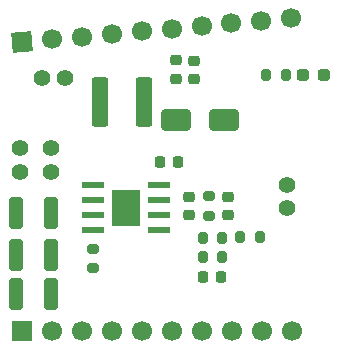
<source format=gbr>
%TF.GenerationSoftware,KiCad,Pcbnew,9.0.2*%
%TF.CreationDate,2025-06-04T19:52:49+07:00*%
%TF.ProjectId,Power Delivery Management_3.3V,506f7765-7220-4446-956c-697665727920,rev?*%
%TF.SameCoordinates,Original*%
%TF.FileFunction,Soldermask,Top*%
%TF.FilePolarity,Negative*%
%FSLAX46Y46*%
G04 Gerber Fmt 4.6, Leading zero omitted, Abs format (unit mm)*
G04 Created by KiCad (PCBNEW 9.0.2) date 2025-06-04 19:52:49*
%MOMM*%
%LPD*%
G01*
G04 APERTURE LIST*
G04 Aperture macros list*
%AMRoundRect*
0 Rectangle with rounded corners*
0 $1 Rounding radius*
0 $2 $3 $4 $5 $6 $7 $8 $9 X,Y pos of 4 corners*
0 Add a 4 corners polygon primitive as box body*
4,1,4,$2,$3,$4,$5,$6,$7,$8,$9,$2,$3,0*
0 Add four circle primitives for the rounded corners*
1,1,$1+$1,$2,$3*
1,1,$1+$1,$4,$5*
1,1,$1+$1,$6,$7*
1,1,$1+$1,$8,$9*
0 Add four rect primitives between the rounded corners*
20,1,$1+$1,$2,$3,$4,$5,0*
20,1,$1+$1,$4,$5,$6,$7,0*
20,1,$1+$1,$6,$7,$8,$9,0*
20,1,$1+$1,$8,$9,$2,$3,0*%
%AMRotRect*
0 Rectangle, with rotation*
0 The origin of the aperture is its center*
0 $1 length*
0 $2 width*
0 $3 Rotation angle, in degrees counterclockwise*
0 Add horizontal line*
21,1,$1,$2,0,0,$3*%
G04 Aperture macros list end*
%ADD10RoundRect,0.250000X0.325000X1.100000X-0.325000X1.100000X-0.325000X-1.100000X0.325000X-1.100000X0*%
%ADD11RoundRect,0.249999X0.450001X1.850001X-0.450001X1.850001X-0.450001X-1.850001X0.450001X-1.850001X0*%
%ADD12RoundRect,0.200000X-0.275000X0.200000X-0.275000X-0.200000X0.275000X-0.200000X0.275000X0.200000X0*%
%ADD13RoundRect,0.225000X0.225000X0.250000X-0.225000X0.250000X-0.225000X-0.250000X0.225000X-0.250000X0*%
%ADD14RoundRect,0.225000X-0.250000X0.225000X-0.250000X-0.225000X0.250000X-0.225000X0.250000X0.225000X0*%
%ADD15RoundRect,0.200000X-0.200000X-0.275000X0.200000X-0.275000X0.200000X0.275000X-0.200000X0.275000X0*%
%ADD16C,1.400000*%
%ADD17RoundRect,0.250000X-1.000000X-0.650000X1.000000X-0.650000X1.000000X0.650000X-1.000000X0.650000X0*%
%ADD18RoundRect,0.225000X0.250000X-0.225000X0.250000X0.225000X-0.250000X0.225000X-0.250000X-0.225000X0*%
%ADD19RoundRect,0.237500X0.287500X0.237500X-0.287500X0.237500X-0.287500X-0.237500X0.287500X-0.237500X0*%
%ADD20RoundRect,0.200000X0.200000X0.275000X-0.200000X0.275000X-0.200000X-0.275000X0.200000X-0.275000X0*%
%ADD21RoundRect,0.200000X0.275000X-0.200000X0.275000X0.200000X-0.275000X0.200000X-0.275000X-0.200000X0*%
%ADD22R,1.910000X0.610000*%
%ADD23R,1.205000X1.550000*%
%ADD24RotRect,1.700000X1.700000X275.000000*%
%ADD25C,1.700000*%
%ADD26R,1.700000X1.700000*%
G04 APERTURE END LIST*
D10*
%TO.C,C1*%
X49518013Y-58442586D03*
X46568013Y-58442586D03*
%TD*%
D11*
%TO.C,L1*%
X57388571Y-49025399D03*
X53688571Y-49025399D03*
%TD*%
D10*
%TO.C,C3*%
X49500654Y-65307408D03*
X46550654Y-65307408D03*
%TD*%
D12*
%TO.C,R7*%
X53086000Y-61468000D03*
X53086000Y-63118000D03*
%TD*%
D13*
%TO.C,C10*%
X63955161Y-63881000D03*
X62405161Y-63881000D03*
%TD*%
D14*
%TO.C,C9*%
X60071000Y-45527851D03*
X60071000Y-47077851D03*
%TD*%
%TO.C,C6*%
X64527249Y-57085692D03*
X64527249Y-58635692D03*
%TD*%
D15*
%TO.C,R3*%
X62358000Y-60579000D03*
X64008000Y-60579000D03*
%TD*%
D16*
%TO.C,GND1*%
X50749200Y-46990000D03*
X48749200Y-46990000D03*
%TD*%
D17*
%TO.C,D1*%
X60135000Y-50546000D03*
X64135000Y-50546000D03*
%TD*%
D16*
%TO.C,3.3*%
X46863000Y-54959000D03*
X46863000Y-52959000D03*
%TD*%
D15*
%TO.C,R2*%
X62355532Y-62190349D03*
X64005532Y-62190349D03*
%TD*%
D10*
%TO.C,C2*%
X49530000Y-61976000D03*
X46580000Y-61976000D03*
%TD*%
D18*
%TO.C,C5*%
X61217862Y-58620581D03*
X61217862Y-57070581D03*
%TD*%
D19*
%TO.C,D2*%
X72644000Y-46736000D03*
X70894000Y-46736000D03*
%TD*%
D20*
%TO.C,R4*%
X67182000Y-60452000D03*
X65532000Y-60452000D03*
%TD*%
D21*
%TO.C,R1*%
X62865000Y-58673000D03*
X62865000Y-57023000D03*
%TD*%
D13*
%TO.C,C7*%
X60280917Y-54097495D03*
X58730917Y-54097495D03*
%TD*%
D22*
%TO.C,U1*%
X53105983Y-56091194D03*
X53105983Y-57361194D03*
X53105983Y-58631194D03*
X53105983Y-59901194D03*
X58665983Y-59901194D03*
X58665983Y-58631194D03*
X58665983Y-57361194D03*
X58665983Y-56091194D03*
D23*
X55283483Y-57221194D03*
X55283483Y-58771194D03*
X56488483Y-57221194D03*
X56488483Y-58771194D03*
%TD*%
D15*
%TO.C,R5*%
X67755000Y-46736000D03*
X69405000Y-46736000D03*
%TD*%
D16*
%TO.C,+12*%
X49530000Y-52975000D03*
X49530000Y-54975000D03*
%TD*%
%TO.C,SENS1*%
X69469000Y-56039000D03*
X69469000Y-58039000D03*
%TD*%
D14*
%TO.C,C8*%
X61595000Y-45541000D03*
X61595000Y-47091000D03*
%TD*%
D24*
%TO.C,J4*%
X47090827Y-43944567D03*
D25*
X49621163Y-43723191D03*
X52151496Y-43501816D03*
X54681831Y-43280440D03*
X57212165Y-43059065D03*
X59742500Y-42837689D03*
X62272834Y-42616313D03*
X64803169Y-42394938D03*
X67333503Y-42173562D03*
X69863838Y-41952187D03*
%TD*%
D26*
%TO.C,J3*%
X47090827Y-68404360D03*
D25*
X49630827Y-68404360D03*
X52170827Y-68404360D03*
X54710827Y-68404360D03*
X57250827Y-68404360D03*
X59790827Y-68404360D03*
X62330827Y-68404360D03*
X64870827Y-68404360D03*
X67410827Y-68404360D03*
X69950827Y-68404360D03*
%TD*%
M02*

</source>
